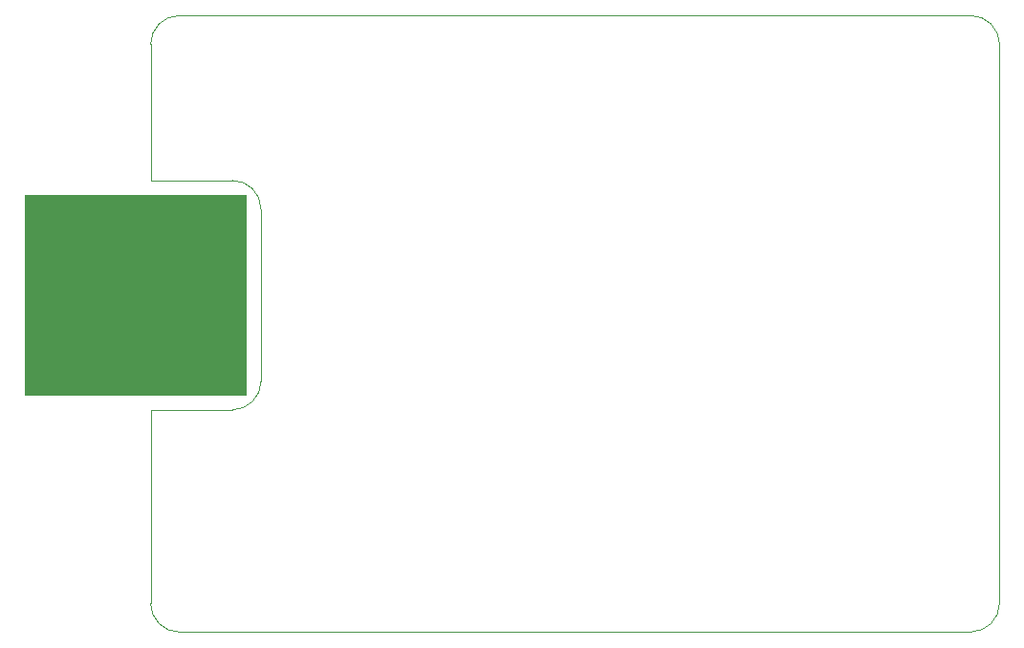
<source format=gbr>
%TF.GenerationSoftware,Altium Limited,Altium Designer,22.7.1 (60)*%
G04 Layer_Color=16711935*
%FSLAX45Y45*%
%MOMM*%
%TF.SameCoordinates,89C5C705-8D76-4DBF-8A4D-424F25D0343C*%
%TF.FilePolarity,Positive*%
%TF.FileFunction,Keep-out,Top*%
%TF.Part,Single*%
G01*
G75*
%TA.AperFunction,NonConductor*%
%ADD678C,0.10000*%
G36*
Y3873500D02*
Y2095500D01*
X1968500D01*
Y3873500D01*
X0D01*
D02*
G37*
D678*
X8635058Y5205471D02*
G03*
X8379529Y5461000I-255529J0D01*
G01*
X1841500Y1968500D02*
G03*
X2095500Y2222500I0J254000D01*
G01*
Y3746500D02*
G03*
X1841500Y4000500I-254000J0D01*
G01*
X1371600Y5461000D02*
G03*
X1117600Y5207000I0J-254000D01*
G01*
X1117600Y254000D02*
G03*
X1371600Y0I254000J0D01*
G01*
X8379936D02*
G03*
X8635192Y255256I0J255256D01*
G01*
X1117600Y4000500D02*
Y5207000D01*
Y254000D02*
Y1968500D01*
X1371600Y5461000D02*
X8379531D01*
X2095500Y2222500D02*
Y3746500D01*
X1117600Y4000500D02*
X1841500D01*
X1117600Y1968500D02*
X1841500D01*
X1371600Y0D02*
X8379938D01*
X8635060Y5205471D02*
X8635192Y255255D01*
%TF.MD5,929053d6d0b412b849b06c84608fc6f3*%
M02*

</source>
